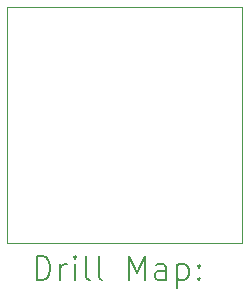
<source format=gbr>
%TF.GenerationSoftware,KiCad,Pcbnew,9.0.0*%
%TF.CreationDate,2025-03-15T13:03:48+01:00*%
%TF.ProjectId,snowpixel,736e6f77-7069-4786-956c-2e6b69636164,rev?*%
%TF.SameCoordinates,Original*%
%TF.FileFunction,Drillmap*%
%TF.FilePolarity,Positive*%
%FSLAX45Y45*%
G04 Gerber Fmt 4.5, Leading zero omitted, Abs format (unit mm)*
G04 Created by KiCad (PCBNEW 9.0.0) date 2025-03-15 13:03:48*
%MOMM*%
%LPD*%
G01*
G04 APERTURE LIST*
%ADD10C,0.100000*%
%ADD11C,0.200000*%
G04 APERTURE END LIST*
D10*
X10840000Y-5025000D02*
X12830000Y-5025000D01*
X12830000Y-7015000D01*
X10840000Y-7015000D01*
X10840000Y-5025000D01*
D11*
X11095777Y-7331484D02*
X11095777Y-7131484D01*
X11095777Y-7131484D02*
X11143396Y-7131484D01*
X11143396Y-7131484D02*
X11171967Y-7141008D01*
X11171967Y-7141008D02*
X11191015Y-7160055D01*
X11191015Y-7160055D02*
X11200539Y-7179103D01*
X11200539Y-7179103D02*
X11210062Y-7217198D01*
X11210062Y-7217198D02*
X11210062Y-7245769D01*
X11210062Y-7245769D02*
X11200539Y-7283865D01*
X11200539Y-7283865D02*
X11191015Y-7302912D01*
X11191015Y-7302912D02*
X11171967Y-7321960D01*
X11171967Y-7321960D02*
X11143396Y-7331484D01*
X11143396Y-7331484D02*
X11095777Y-7331484D01*
X11295777Y-7331484D02*
X11295777Y-7198150D01*
X11295777Y-7236246D02*
X11305301Y-7217198D01*
X11305301Y-7217198D02*
X11314824Y-7207674D01*
X11314824Y-7207674D02*
X11333872Y-7198150D01*
X11333872Y-7198150D02*
X11352920Y-7198150D01*
X11419586Y-7331484D02*
X11419586Y-7198150D01*
X11419586Y-7131484D02*
X11410062Y-7141008D01*
X11410062Y-7141008D02*
X11419586Y-7150531D01*
X11419586Y-7150531D02*
X11429110Y-7141008D01*
X11429110Y-7141008D02*
X11419586Y-7131484D01*
X11419586Y-7131484D02*
X11419586Y-7150531D01*
X11543396Y-7331484D02*
X11524348Y-7321960D01*
X11524348Y-7321960D02*
X11514824Y-7302912D01*
X11514824Y-7302912D02*
X11514824Y-7131484D01*
X11648158Y-7331484D02*
X11629110Y-7321960D01*
X11629110Y-7321960D02*
X11619586Y-7302912D01*
X11619586Y-7302912D02*
X11619586Y-7131484D01*
X11876729Y-7331484D02*
X11876729Y-7131484D01*
X11876729Y-7131484D02*
X11943396Y-7274341D01*
X11943396Y-7274341D02*
X12010062Y-7131484D01*
X12010062Y-7131484D02*
X12010062Y-7331484D01*
X12191015Y-7331484D02*
X12191015Y-7226722D01*
X12191015Y-7226722D02*
X12181491Y-7207674D01*
X12181491Y-7207674D02*
X12162443Y-7198150D01*
X12162443Y-7198150D02*
X12124348Y-7198150D01*
X12124348Y-7198150D02*
X12105301Y-7207674D01*
X12191015Y-7321960D02*
X12171967Y-7331484D01*
X12171967Y-7331484D02*
X12124348Y-7331484D01*
X12124348Y-7331484D02*
X12105301Y-7321960D01*
X12105301Y-7321960D02*
X12095777Y-7302912D01*
X12095777Y-7302912D02*
X12095777Y-7283865D01*
X12095777Y-7283865D02*
X12105301Y-7264817D01*
X12105301Y-7264817D02*
X12124348Y-7255293D01*
X12124348Y-7255293D02*
X12171967Y-7255293D01*
X12171967Y-7255293D02*
X12191015Y-7245769D01*
X12286253Y-7198150D02*
X12286253Y-7398150D01*
X12286253Y-7207674D02*
X12305301Y-7198150D01*
X12305301Y-7198150D02*
X12343396Y-7198150D01*
X12343396Y-7198150D02*
X12362443Y-7207674D01*
X12362443Y-7207674D02*
X12371967Y-7217198D01*
X12371967Y-7217198D02*
X12381491Y-7236246D01*
X12381491Y-7236246D02*
X12381491Y-7293388D01*
X12381491Y-7293388D02*
X12371967Y-7312436D01*
X12371967Y-7312436D02*
X12362443Y-7321960D01*
X12362443Y-7321960D02*
X12343396Y-7331484D01*
X12343396Y-7331484D02*
X12305301Y-7331484D01*
X12305301Y-7331484D02*
X12286253Y-7321960D01*
X12467205Y-7312436D02*
X12476729Y-7321960D01*
X12476729Y-7321960D02*
X12467205Y-7331484D01*
X12467205Y-7331484D02*
X12457682Y-7321960D01*
X12457682Y-7321960D02*
X12467205Y-7312436D01*
X12467205Y-7312436D02*
X12467205Y-7331484D01*
X12467205Y-7207674D02*
X12476729Y-7217198D01*
X12476729Y-7217198D02*
X12467205Y-7226722D01*
X12467205Y-7226722D02*
X12457682Y-7217198D01*
X12457682Y-7217198D02*
X12467205Y-7207674D01*
X12467205Y-7207674D02*
X12467205Y-7226722D01*
M02*

</source>
